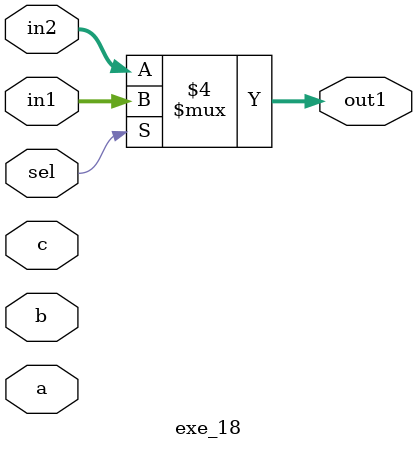
<source format=sv>
/**
*Codigo teste de modulo Aula2
*
*Autor: Víctor Vinicius Welter
*
*Data: Outubro de 2022
*
*Especificacao:
Implemente um circuito com entradas in1 e in2 de 3 bits, a, b, c, de 1 bit, e uma saída
out1 de 3 bits.
● Implemente a funcionalidade da figura ao lado que ao final gera um sinal interno sel
● Use o sinal sel para decidir qual valor será atribuído para out1. Quando sel é 1, out1
recebe in1. Caso contrário, recebe in2.
Dica: usar operador ?:, if-else, ou case

*/
module exe_18 (
    input logic [2:0] in1,
    input logic [2:0] in2,

    input logic a,
    input logic b,
    input logic c,
    
    input logic sel,

    output logic [2:0] out1
);

always_comb begin
    if(sel == 1) begin
        out1 = in1;
    end
    else begin 
        out1 = in2;
    end
end

endmodule
</source>
